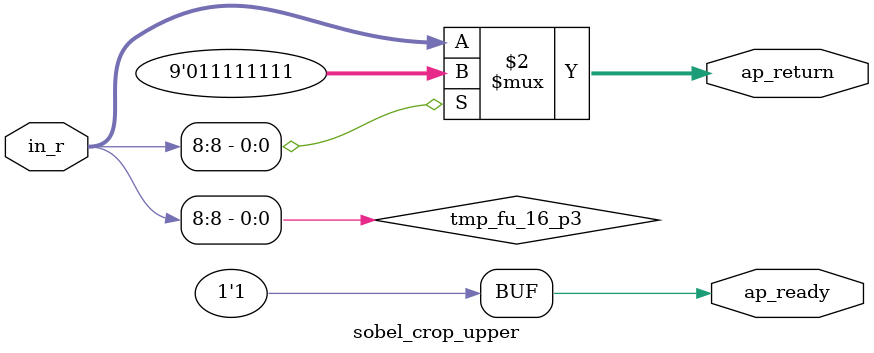
<source format=v>

`timescale 1 ns / 1 ps 

module sobel_crop_upper (
        ap_ready,
        in_r,
        ap_return
);


output   ap_ready;
input  [8:0] in_r;
output  [8:0] ap_return;

wire   [0:0] tmp_fu_16_p3;

assign ap_ready = 1'b1;

assign ap_return = ((tmp_fu_16_p3[0:0] == 1'b1) ? 9'd255 : in_r);

assign tmp_fu_16_p3 = in_r[32'd8];

endmodule //sobel_crop_upper

</source>
